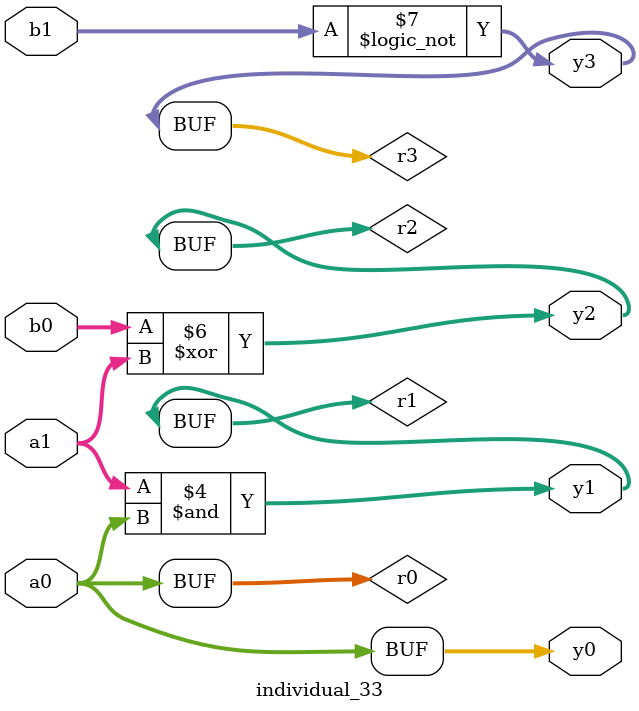
<source format=sv>
module individual_33(input logic [15:0] a1, input logic [15:0] a0, input logic [15:0] b1, input logic [15:0] b0, output logic [15:0] y3, output logic [15:0] y2, output logic [15:0] y1, output logic [15:0] y0);
logic [15:0] r0, r1, r2, r3; 
 always@(*) begin 
	 r0 = a0; r1 = a1; r2 = b0; r3 = b1; 
 	 r3 = ! r3 ;
 	 r3  &=  r0 ;
 	 r1  &=  a0 ;
 	 r3  |=  r2 ;
 	 r2  ^=  a1 ;
 	 r3 = ! b1 ;
 	 y3 = r3; y2 = r2; y1 = r1; y0 = r0; 
end
endmodule
</source>
